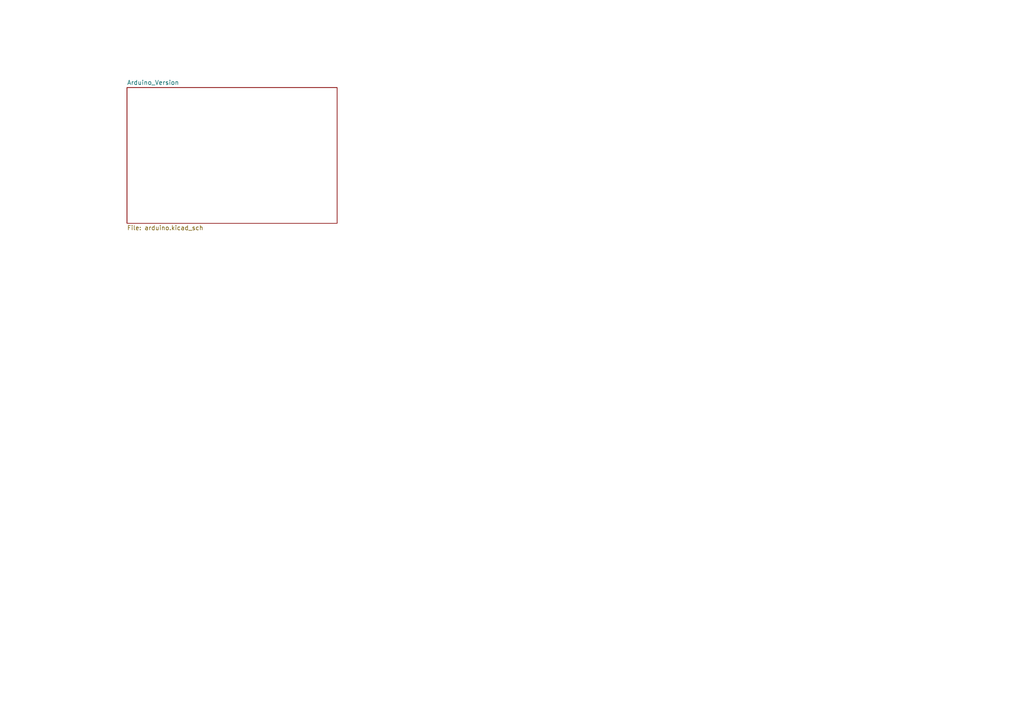
<source format=kicad_sch>
(kicad_sch (version 20211123) (generator eeschema)
  (paper "A4")
  (title_block (title "Finus - Digital Tuner") (date "2022-12-08") (rev "1") (company "Beseta"))
  (lib_symbols)
  (sheet (at 36.83 25.4) (size 60.96 39.37) (stroke (width 0.1524))
    (property "Sheet name" "Arduino_Version" (at 36.83 24.6884 0) (effects (justify left bottom)))
    (property "Sheet file" "arduino.kicad_sch" (at 36.83 65.3546 0) (effects (justify left top)))
  )
)
</source>
